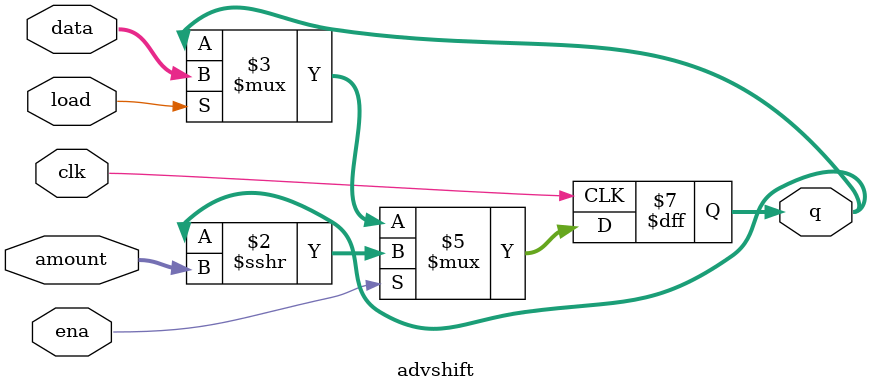
<source format=v>
module advshift(input clk,
input load,
input ena,
input [1:0] amount,
input [63:0] data,
output reg [63:0] q); 
// when load is high, assign data[63:0] to shift register q.
// if ena is high, shift q.
// amount: Chooses which direction and how much to shift.
// 2'b00: shift left by 1 bit.
// 2'b01: shift left by 8 bits.
// 2'b10: shift right by 1 bit.
// 2'b11: shift right by 8 bits.

	always @(posedge clk)
	begin
	if (load)
	q <= data;
	if (ena)
	q <= q >>> amount;
	end
endmodule

</source>
